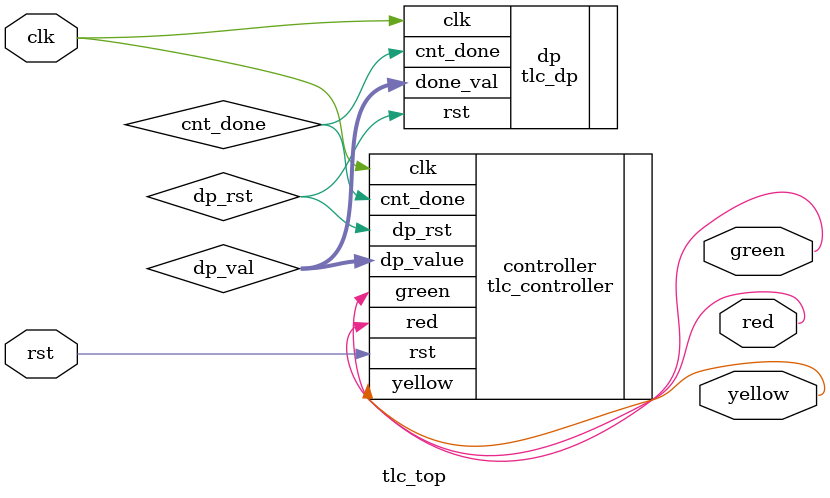
<source format=v>
module tlc_top(
    input clk,
	input rst,
    output red,
	output yellow,
	output green
);
wire dp_rst, cnt_done;
wire [4:0] dp_val;

tlc_controller controller (
    .clk(clk),
	.rst(rst),
	.red(red),
	.yellow(yellow),
	.green(green),
	.cnt_done(cnt_done),
	.dp_rst(dp_rst),
	.dp_value(dp_val)
);

tlc_dp dp(
    .clk(clk),
	.rst(dp_rst),
	.cnt_done(cnt_done),
	.done_val(dp_val)
);

endmodule
</source>
